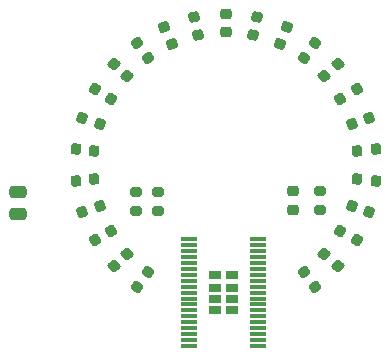
<source format=gbr>
%TF.GenerationSoftware,KiCad,Pcbnew,8.0.7*%
%TF.CreationDate,2025-01-17T16:07:08+00:00*%
%TF.ProjectId,Spectralist_LEDs,53706563-7472-4616-9c69-73745f4c4544,rev?*%
%TF.SameCoordinates,Original*%
%TF.FileFunction,Paste,Top*%
%TF.FilePolarity,Positive*%
%FSLAX46Y46*%
G04 Gerber Fmt 4.6, Leading zero omitted, Abs format (unit mm)*
G04 Created by KiCad (PCBNEW 8.0.7) date 2025-01-17 16:07:08*
%MOMM*%
%LPD*%
G01*
G04 APERTURE LIST*
G04 Aperture macros list*
%AMRoundRect*
0 Rectangle with rounded corners*
0 $1 Rounding radius*
0 $2 $3 $4 $5 $6 $7 $8 $9 X,Y pos of 4 corners*
0 Add a 4 corners polygon primitive as box body*
4,1,4,$2,$3,$4,$5,$6,$7,$8,$9,$2,$3,0*
0 Add four circle primitives for the rounded corners*
1,1,$1+$1,$2,$3*
1,1,$1+$1,$4,$5*
1,1,$1+$1,$6,$7*
1,1,$1+$1,$8,$9*
0 Add four rect primitives between the rounded corners*
20,1,$1+$1,$2,$3,$4,$5,0*
20,1,$1+$1,$4,$5,$6,$7,0*
20,1,$1+$1,$6,$7,$8,$9,0*
20,1,$1+$1,$8,$9,$2,$3,0*%
G04 Aperture macros list end*
%ADD10RoundRect,0.218750X0.334028X0.044059X0.008902X0.336803X-0.334028X-0.044059X-0.008902X-0.336803X0*%
%ADD11RoundRect,0.250000X-0.475000X0.250000X-0.475000X-0.250000X0.475000X-0.250000X0.475000X0.250000X0*%
%ADD12RoundRect,0.200000X-0.275000X0.200000X-0.275000X-0.200000X0.275000X-0.200000X0.275000X0.200000X0*%
%ADD13RoundRect,0.037500X0.487500X-0.337500X0.487500X0.337500X-0.487500X0.337500X-0.487500X-0.337500X0*%
%ADD14RoundRect,0.075000X-0.625000X-0.075000X0.625000X-0.075000X0.625000X0.075000X-0.625000X0.075000X0*%
%ADD15RoundRect,0.218750X-0.145122X0.304064X-0.323070X-0.095612X0.145122X-0.304064X0.323070X0.095612X0*%
%ADD16RoundRect,0.218750X-0.128858X-0.311306X0.287229X-0.176111X0.128858X0.311306X-0.287229X0.176111X0*%
%ADD17RoundRect,0.218750X-0.317568X-0.112544X0.061318X-0.331294X0.317568X0.112544X-0.061318X0.331294X0*%
%ADD18RoundRect,0.218750X-0.256250X0.218750X-0.256250X-0.218750X0.256250X-0.218750X0.256250X0.218750X0*%
%ADD19RoundRect,0.218750X0.061318X0.331294X-0.317568X0.112544X-0.061318X-0.331294X0.317568X-0.112544X0*%
%ADD20RoundRect,0.218750X0.335889X-0.026352X0.078733X0.327592X-0.335889X0.026352X-0.078733X-0.327592X0*%
%ADD21RoundRect,0.218750X-0.205170X0.267247X-0.296131X-0.160692X0.205170X-0.267247X0.296131X0.160692X0*%
%ADD22RoundRect,0.218750X-0.078733X0.327592X-0.335889X-0.026352X0.078733X-0.327592X0.335889X0.026352X0*%
%ADD23RoundRect,0.218750X-0.296131X0.160692X-0.205170X-0.267247X0.296131X-0.160692X0.205170X0.267247X0*%
%ADD24RoundRect,0.218750X-0.335889X0.026352X-0.078733X-0.327592X0.335889X-0.026352X0.078733X0.327592X0*%
%ADD25RoundRect,0.218750X0.287229X0.176111X-0.128858X0.311306X-0.287229X-0.176111X0.128858X-0.311306X0*%
%ADD26RoundRect,0.218750X0.128858X0.311306X-0.287229X0.176111X-0.128858X-0.311306X0.287229X-0.176111X0*%
%ADD27RoundRect,0.218750X0.190766X0.277712X-0.244337X0.231981X-0.190766X-0.277712X0.244337X-0.231981X0*%
%ADD28RoundRect,0.218750X-0.008902X0.336803X-0.334028X0.044059X0.008902X-0.336803X0.334028X-0.044059X0*%
%ADD29RoundRect,0.218750X-0.190766X-0.277712X0.244337X-0.231981X0.190766X0.277712X-0.244337X0.231981X0*%
%ADD30RoundRect,0.218750X0.317568X0.112544X-0.061318X0.331294X-0.317568X-0.112544X0.061318X-0.331294X0*%
%ADD31RoundRect,0.218750X-0.323070X0.095612X-0.145122X-0.304064X0.323070X-0.095612X0.145122X0.304064X0*%
%ADD32RoundRect,0.218750X0.244337X0.231981X-0.190766X0.277712X-0.244337X-0.231981X0.190766X-0.277712X0*%
%ADD33RoundRect,0.218750X0.078733X-0.327592X0.335889X0.026352X-0.078733X0.327592X-0.335889X-0.026352X0*%
%ADD34RoundRect,0.218750X0.008902X-0.336803X0.334028X-0.044059X-0.008902X0.336803X-0.334028X0.044059X0*%
%ADD35RoundRect,0.218750X-0.334028X-0.044059X-0.008902X-0.336803X0.334028X0.044059X0.008902X0.336803X0*%
%ADD36RoundRect,0.218750X-0.287229X-0.176111X0.128858X-0.311306X0.287229X0.176111X-0.128858X0.311306X0*%
%ADD37RoundRect,0.218750X-0.244337X-0.231981X0.190766X-0.277712X0.244337X0.231981X-0.190766X0.277712X0*%
%ADD38RoundRect,0.218750X-0.061318X-0.331294X0.317568X-0.112544X0.061318X0.331294X-0.317568X0.112544X0*%
%ADD39RoundRect,0.225000X-0.250000X0.225000X-0.250000X-0.225000X0.250000X-0.225000X0.250000X0.225000X0*%
G04 APERTURE END LIST*
D10*
%TO.C,D23*%
X139502963Y-110544007D03*
X138332511Y-109490127D03*
%TD*%
D11*
%TO.C,C2*%
X112400000Y-104250000D03*
X112400000Y-106150000D03*
%TD*%
D12*
%TO.C,R1*%
X122400000Y-104275000D03*
X122400000Y-105925000D03*
%TD*%
D13*
%TO.C,U1*%
X129100000Y-111300000D03*
X129100000Y-112400000D03*
X129100000Y-113300000D03*
X129100000Y-114300000D03*
X130500000Y-111300000D03*
X130500000Y-112400000D03*
X130500000Y-113300000D03*
X130500000Y-114300000D03*
D14*
X126900000Y-108300000D03*
X126900000Y-108800000D03*
X126900000Y-109300000D03*
X126900000Y-109800000D03*
X126900000Y-110300000D03*
X126900000Y-110800000D03*
X126900000Y-111300000D03*
X126900000Y-111800000D03*
X126900000Y-112300000D03*
X126900000Y-112800000D03*
X126900000Y-113300000D03*
X126900000Y-113800000D03*
X126900000Y-114300000D03*
X126900000Y-114800000D03*
X126900000Y-115300000D03*
X126900000Y-115800000D03*
X126900000Y-116300000D03*
X126900000Y-116800000D03*
X126900000Y-117300000D03*
X132700000Y-117300000D03*
X132700000Y-116800000D03*
X132700000Y-116300000D03*
X132700000Y-115800000D03*
X132700000Y-115300000D03*
X132700000Y-114800000D03*
X132700000Y-114300000D03*
X132700000Y-113800000D03*
X132700000Y-113300000D03*
X132700000Y-112800000D03*
X132700000Y-112300000D03*
X132700000Y-111800000D03*
X132700000Y-111300000D03*
X132700000Y-110800000D03*
X132700000Y-110300000D03*
X132700000Y-109800000D03*
X132700000Y-109300000D03*
X132700000Y-108800000D03*
X132700000Y-108300000D03*
%TD*%
D15*
%TO.C,D14*%
X135201144Y-90305538D03*
X134560534Y-91744370D03*
%TD*%
D16*
%TO.C,D3*%
X117838364Y-105939053D03*
X119336278Y-105452353D03*
%TD*%
D17*
%TO.C,D7*%
X118925699Y-95593749D03*
X120289691Y-96381251D03*
%TD*%
D18*
%TO.C,D12*%
X130000000Y-89200000D03*
X130000000Y-90775000D03*
%TD*%
D19*
%TO.C,D17*%
X141074300Y-95593749D03*
X139710308Y-96381251D03*
%TD*%
D20*
%TO.C,D24*%
X137516304Y-112332804D03*
X136590542Y-111058602D03*
%TD*%
D21*
%TO.C,D13*%
X132658670Y-89479437D03*
X132331210Y-91020019D03*
%TD*%
D22*
%TO.C,D15*%
X137516305Y-91642195D03*
X136590541Y-92916397D03*
%TD*%
D23*
%TO.C,D11*%
X127341330Y-89479436D03*
X127668788Y-91020020D03*
%TD*%
D12*
%TO.C,R3*%
X138000000Y-104175000D03*
X138000000Y-105825000D03*
%TD*%
D24*
%TO.C,D9*%
X122483694Y-91642193D03*
X123409458Y-92916399D03*
%TD*%
D25*
%TO.C,D21*%
X142161636Y-105939054D03*
X140663720Y-105452352D03*
%TD*%
D26*
%TO.C,D18*%
X142161634Y-98035945D03*
X140663722Y-98522647D03*
%TD*%
D27*
%TO.C,D19*%
X142717448Y-100650842D03*
X141151076Y-100815474D03*
%TD*%
D28*
%TO.C,D16*%
X139502963Y-93430991D03*
X138332511Y-94484873D03*
%TD*%
D29*
%TO.C,D4*%
X117282551Y-103324156D03*
X118848923Y-103159526D03*
%TD*%
D30*
%TO.C,D22*%
X141074299Y-108381250D03*
X139710309Y-107593750D03*
%TD*%
D31*
%TO.C,D10*%
X124798854Y-90305536D03*
X125439466Y-91744372D03*
%TD*%
D32*
%TO.C,D20*%
X142717448Y-103324159D03*
X141151076Y-103159523D03*
%TD*%
D33*
%TO.C,D25*%
X122483696Y-112332803D03*
X123409456Y-111058603D03*
%TD*%
D34*
%TO.C,D1*%
X120497036Y-110544007D03*
X121667488Y-109490127D03*
%TD*%
D35*
%TO.C,D8*%
X120497035Y-93430992D03*
X121667489Y-94484872D03*
%TD*%
D36*
%TO.C,D6*%
X117838364Y-98035943D03*
X119336278Y-98522649D03*
%TD*%
D37*
%TO.C,D5*%
X117282550Y-100650841D03*
X118848924Y-100815475D03*
%TD*%
D38*
%TO.C,D2*%
X118925700Y-108381250D03*
X120289690Y-107593750D03*
%TD*%
D39*
%TO.C,C1*%
X135700000Y-104225000D03*
X135700000Y-105775000D03*
%TD*%
D12*
%TO.C,R2*%
X124300000Y-104275000D03*
X124300000Y-105925000D03*
%TD*%
M02*

</source>
